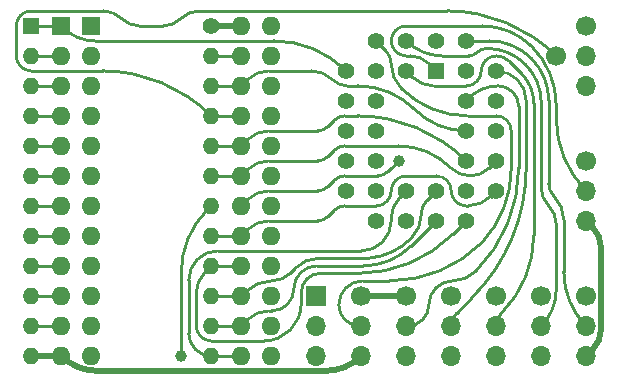
<source format=gbl>
G04 #@! TF.GenerationSoftware,KiCad,Pcbnew,8.0.4*
G04 #@! TF.CreationDate,2024-11-26T19:46:24-06:00*
G04 #@! TF.ProjectId,Flash-2716,466c6173-682d-4323-9731-362e6b696361,rev?*
G04 #@! TF.SameCoordinates,Original*
G04 #@! TF.FileFunction,Copper,L2,Bot*
G04 #@! TF.FilePolarity,Positive*
%FSLAX46Y46*%
G04 Gerber Fmt 4.6, Leading zero omitted, Abs format (unit mm)*
G04 Created by KiCad (PCBNEW 8.0.4) date 2024-11-26 19:46:24*
%MOMM*%
%LPD*%
G01*
G04 APERTURE LIST*
G04 #@! TA.AperFunction,ComponentPad*
%ADD10C,1.700000*%
G04 #@! TD*
G04 #@! TA.AperFunction,ComponentPad*
%ADD11O,1.700000X1.700000*%
G04 #@! TD*
G04 #@! TA.AperFunction,ComponentPad*
%ADD12R,1.600000X1.600000*%
G04 #@! TD*
G04 #@! TA.AperFunction,ComponentPad*
%ADD13O,1.600000X1.600000*%
G04 #@! TD*
G04 #@! TA.AperFunction,ComponentPad*
%ADD14R,1.700000X1.700000*%
G04 #@! TD*
G04 #@! TA.AperFunction,ComponentPad*
%ADD15R,1.422400X1.422400*%
G04 #@! TD*
G04 #@! TA.AperFunction,ComponentPad*
%ADD16C,1.422400*%
G04 #@! TD*
G04 #@! TA.AperFunction,ComponentPad*
%ADD17O,1.422400X1.422400*%
G04 #@! TD*
G04 #@! TA.AperFunction,ViaPad*
%ADD18C,1.000000*%
G04 #@! TD*
G04 #@! TA.AperFunction,Conductor*
%ADD19C,0.254000*%
G04 #@! TD*
G04 #@! TA.AperFunction,Conductor*
%ADD20C,0.508000*%
G04 #@! TD*
G04 APERTURE END LIST*
D10*
X148590000Y-76215000D03*
D11*
X148590000Y-78755000D03*
X148590000Y-81295000D03*
D10*
X148590000Y-99075000D03*
D11*
X148590000Y-101615000D03*
X148590000Y-104155000D03*
D12*
X106680000Y-76200000D03*
D13*
X106680000Y-78740000D03*
X106680000Y-81280000D03*
X106680000Y-83820000D03*
X106680000Y-86360000D03*
X106680000Y-88900000D03*
X106680000Y-91440000D03*
X106680000Y-93980000D03*
X106680000Y-96520000D03*
X106680000Y-99060000D03*
X106680000Y-101600000D03*
X106680000Y-104140000D03*
X121920000Y-104140000D03*
X121920000Y-101600000D03*
X121920000Y-99060000D03*
X121920000Y-96520000D03*
X121920000Y-93980000D03*
X121920000Y-91440000D03*
X121920000Y-88900000D03*
X121920000Y-86360000D03*
X121920000Y-83820000D03*
X121920000Y-81280000D03*
X121920000Y-78740000D03*
X121920000Y-76200000D03*
D10*
X146050000Y-78755000D03*
D12*
X104140000Y-76200000D03*
D13*
X104140000Y-78740000D03*
X104140000Y-81280000D03*
X104140000Y-83820000D03*
X104140000Y-86360000D03*
X104140000Y-88900000D03*
X104140000Y-91440000D03*
X104140000Y-93980000D03*
X104140000Y-96520000D03*
X104140000Y-99060000D03*
X104140000Y-101600000D03*
X104140000Y-104140000D03*
X119380000Y-104140000D03*
X119380000Y-101600000D03*
X119380000Y-99060000D03*
X119380000Y-96520000D03*
X119380000Y-93980000D03*
X119380000Y-91440000D03*
X119380000Y-88900000D03*
X119380000Y-86360000D03*
X119380000Y-83820000D03*
X119380000Y-81280000D03*
X119380000Y-78740000D03*
X119380000Y-76200000D03*
D10*
X137160000Y-99075000D03*
D11*
X137160000Y-101615000D03*
X137160000Y-104155000D03*
D14*
X125730000Y-99060000D03*
D11*
X125730000Y-101600000D03*
X125730000Y-104140000D03*
D10*
X148590000Y-87630000D03*
D11*
X148590000Y-90170000D03*
X148590000Y-92710000D03*
D10*
X140970000Y-99060000D03*
D11*
X140970000Y-101600000D03*
X140970000Y-104140000D03*
D10*
X144780000Y-99075000D03*
D11*
X144780000Y-101615000D03*
X144780000Y-104155000D03*
D10*
X133350000Y-99075000D03*
D11*
X133350000Y-101615000D03*
X133350000Y-104155000D03*
D15*
X135890000Y-80010000D03*
D16*
X133350000Y-77470000D03*
X133350000Y-80010000D03*
X130810000Y-77470000D03*
X128270000Y-80010000D03*
X130810000Y-80010000D03*
X128270000Y-82550000D03*
X130810000Y-82550000D03*
X128270000Y-85090000D03*
X130810000Y-85090000D03*
X128270000Y-87630000D03*
X130810000Y-87630000D03*
X128270000Y-90170000D03*
X130810000Y-92710000D03*
X130810000Y-90170000D03*
X133350000Y-92710000D03*
X133350000Y-90170000D03*
X135890000Y-92710000D03*
X135890000Y-90170000D03*
X138430000Y-92710000D03*
X140970000Y-90170000D03*
X138430000Y-90170000D03*
X140970000Y-87630000D03*
X138430000Y-87630000D03*
X140970000Y-85090000D03*
X138430000Y-85090000D03*
X140970000Y-82550000D03*
X138430000Y-82550000D03*
X140970000Y-80010000D03*
X138430000Y-77470000D03*
X138430000Y-80010000D03*
X135890000Y-77470000D03*
D10*
X129540000Y-99075000D03*
D11*
X129540000Y-101615000D03*
X129540000Y-104155000D03*
D15*
X101600000Y-76200000D03*
D17*
X101600000Y-78740000D03*
X101600000Y-81280000D03*
X101600000Y-83820000D03*
X101600000Y-86360000D03*
X101600000Y-88900000D03*
X101600000Y-91440000D03*
X101600000Y-93980000D03*
X101600000Y-96520000D03*
X101600000Y-99060000D03*
X101600000Y-101600000D03*
X101600000Y-104140000D03*
D16*
X116840000Y-76200000D03*
D17*
X116840000Y-78740000D03*
X116840000Y-81280000D03*
X116840000Y-83820000D03*
X116840000Y-86360000D03*
X116840000Y-88900000D03*
X116840000Y-91440000D03*
X116840000Y-93980000D03*
X116840000Y-96520000D03*
X116840000Y-99060000D03*
X116840000Y-101600000D03*
X116840000Y-104140000D03*
D18*
X132715000Y-87630000D03*
X114300000Y-104140000D03*
D19*
X121982518Y-97790000D02*
G75*
G03*
X123501856Y-97160664I-18J2148700D01*
G01*
X125973420Y-95871053D02*
G75*
G03*
X123955654Y-96706822I-20J-2853547D01*
G01*
X123501846Y-97160654D02*
X123955666Y-96706834D01*
X125973420Y-95871053D02*
X130148096Y-95871053D01*
X134619997Y-92152238D02*
G75*
G02*
X135123611Y-90936385I1719403J38D01*
G01*
X135123613Y-90936387D02*
X135890000Y-90170000D01*
X133776568Y-94188432D02*
G75*
G03*
X134619992Y-92152238I-2036268J2036232D01*
G01*
X119380000Y-99060000D02*
X119707768Y-98732232D01*
X130148096Y-95871053D02*
G75*
G03*
X133776549Y-94188413I-475896J5779753D01*
G01*
X119707768Y-98732232D02*
G75*
G02*
X121982518Y-97790018I2274732J-2274768D01*
G01*
X139231773Y-96988227D02*
G75*
G02*
X137296172Y-97789981I-1935573J1935527D01*
G01*
X135255000Y-99831170D02*
G75*
G02*
X133486154Y-101600000I-1768800J-30D01*
G01*
X135255000Y-99831170D02*
G75*
G02*
X137296172Y-97790000I2041200J-30D01*
G01*
X133365000Y-101600000D02*
X133350000Y-101615000D01*
X133486154Y-101600000D02*
X133365000Y-101600000D01*
X142875000Y-83022999D02*
X142875000Y-88192735D01*
X138430000Y-82550000D02*
X138687456Y-82292544D01*
X141131955Y-81280000D02*
G75*
G02*
X142875000Y-83022999I45J-1743000D01*
G01*
X142875000Y-88192735D02*
G75*
G02*
X139231772Y-96988226I-12438650J-5D01*
G01*
X138687456Y-82292544D02*
G75*
G02*
X141131955Y-81279984I2444544J-2444556D01*
G01*
X131926953Y-97790000D02*
G75*
G03*
X139770480Y-94541143I47J11092400D01*
G01*
X127635000Y-99823637D02*
G75*
G03*
X129411363Y-101600000I1776400J37D01*
G01*
X129668637Y-97790000D02*
G75*
G03*
X127635000Y-99823637I-37J-2033600D01*
G01*
X129525000Y-101600000D02*
X129540000Y-101615000D01*
X129411363Y-101600000D02*
X129525000Y-101600000D01*
X131926953Y-97790000D02*
X129668637Y-97790000D01*
X142240000Y-85090000D02*
X142240000Y-88285546D01*
X138551691Y-83820000D02*
X140970000Y-83820000D01*
X130810000Y-77470000D02*
X131576868Y-78236868D01*
X142240000Y-88285546D02*
G75*
G02*
X139770474Y-94541136I-9166300J3346D01*
G01*
X140970000Y-83820000D02*
G75*
G02*
X142240000Y-85090000I0J-1270000D01*
G01*
X132923887Y-81488887D02*
G75*
G03*
X138551691Y-83820011I5627813J5627787D01*
G01*
X132080000Y-79451613D02*
G75*
G03*
X132923892Y-81488882I2881100J13D01*
G01*
X131576868Y-78236868D02*
G75*
G02*
X132079975Y-79451613I-1214668J-1214632D01*
G01*
D20*
X129540000Y-99075000D02*
X133350000Y-99075000D01*
X116840000Y-76200000D02*
X119380000Y-76200000D01*
X149860000Y-101832898D02*
X149860000Y-95032102D01*
X107206329Y-105410000D02*
X126510121Y-105410000D01*
X148590000Y-104155000D02*
X149116051Y-103628949D01*
X101600000Y-104140000D02*
X104140000Y-104140000D01*
X149116051Y-93236051D02*
X148590000Y-92710000D01*
X104140000Y-104140000D02*
G75*
G03*
X107206329Y-105409986I3066300J3066700D01*
G01*
X129540000Y-104155000D02*
G75*
G02*
X126510121Y-105410026I-3029900J3029900D01*
G01*
X149116051Y-103628949D02*
G75*
G03*
X149859998Y-101832898I-1796051J1796049D01*
G01*
X149860000Y-95032102D02*
G75*
G03*
X149116052Y-93236050I-2540000J2D01*
G01*
D19*
X143510000Y-88160413D02*
X143510000Y-82549998D01*
X137619619Y-100505381D02*
X138945918Y-99179082D01*
X140970000Y-80010000D02*
X140970000Y-80010000D01*
X143510000Y-82549998D02*
G75*
G03*
X140970000Y-80010000I-2540000J-2D01*
G01*
X143510000Y-88160413D02*
G75*
G02*
X138945901Y-99179065I-15582700J13D01*
G01*
X137160000Y-101615000D02*
G75*
G02*
X137619627Y-100505389I1569200J0D01*
G01*
X133876051Y-80536051D02*
X133350000Y-80010000D01*
X138430000Y-81280000D02*
X135672102Y-81280000D01*
X143111729Y-80246729D02*
X142053932Y-79188932D01*
X144145000Y-93935063D02*
X144145000Y-82741266D01*
X140970000Y-101600000D02*
G75*
G02*
X141419022Y-100515988I1533000J0D01*
G01*
X135672102Y-81280000D02*
G75*
G02*
X133876050Y-80536052I-2J2540000D01*
G01*
X141419017Y-100515983D02*
G75*
G03*
X144144986Y-93935063I-6580617J6580883D01*
G01*
X140970000Y-78740000D02*
G75*
G03*
X139700000Y-80010000I0J-1270000D01*
G01*
X139700000Y-80010000D02*
G75*
G02*
X138430000Y-81280000I-1270000J0D01*
G01*
X142053932Y-79188932D02*
G75*
G03*
X140970000Y-78740005I-1083832J-1083868D01*
G01*
X144145000Y-82741266D02*
G75*
G03*
X143111710Y-80246748I-3527800J-34D01*
G01*
X146050000Y-92999057D02*
X146050000Y-98549005D01*
X136416096Y-78740000D02*
X138645518Y-78740000D01*
X144780000Y-82706454D02*
X144780000Y-89932966D01*
X145396592Y-91421592D02*
G75*
G02*
X146050022Y-92999057I-1577492J-1577508D01*
G01*
X140178537Y-78105000D02*
G75*
G03*
X139361604Y-78443356I-37J-1155300D01*
G01*
X146050000Y-98549005D02*
G75*
G02*
X144779994Y-101614994I-4335900J5D01*
G01*
X140178537Y-78105000D02*
G75*
G02*
X144780000Y-82706454I-37J-4601500D01*
G01*
X136416096Y-78740000D02*
G75*
G02*
X133349994Y-77470006I4J4336200D01*
G01*
X139361624Y-78443376D02*
G75*
G02*
X138645518Y-78740018I-716124J716076D01*
G01*
X145396592Y-91421592D02*
G75*
G02*
X144780031Y-89932966I1488708J1488592D01*
G01*
X138430000Y-77470000D02*
X140374888Y-77470000D01*
X145415000Y-82510112D02*
X145415000Y-89560572D01*
X146685000Y-92626510D02*
X146685000Y-97015897D01*
X145415000Y-82510112D02*
G75*
G03*
X140374888Y-77470000I-5040100J12D01*
G01*
X148590000Y-101615000D02*
G75*
G02*
X146684990Y-97015897I4599100J4599100D01*
G01*
X145846010Y-90601010D02*
G75*
G02*
X146684990Y-92626510I-2025510J-2025490D01*
G01*
X145846010Y-90601010D02*
G75*
G02*
X145415023Y-89560572I1040290J1040410D01*
G01*
X146050000Y-84037916D02*
X146050000Y-82921616D01*
X133350000Y-78740000D02*
X133672737Y-78740000D01*
X139763455Y-76200000D02*
X133350000Y-76200000D01*
X135289816Y-79409816D02*
X135890000Y-80010000D01*
X143991176Y-77951176D02*
G75*
G03*
X139763455Y-76200029I-4227676J-4227724D01*
G01*
X135289816Y-79409816D02*
G75*
G03*
X133672737Y-78739975I-1617116J-1617084D01*
G01*
X146050000Y-84037916D02*
G75*
G03*
X148589999Y-90170001I8672100J16D01*
G01*
X132080000Y-77470000D02*
G75*
G03*
X133350000Y-78740000I1270000J0D01*
G01*
X133350000Y-76200000D02*
G75*
G03*
X132080000Y-77470000I0J-1270000D01*
G01*
X146050000Y-82921616D02*
G75*
G03*
X143991192Y-77951160I-7029300J16D01*
G01*
X132080000Y-92710000D02*
X132080000Y-92492102D01*
X117405467Y-95250000D02*
X129540000Y-95250000D01*
X116840000Y-104140000D02*
X119380000Y-104140000D01*
X114935000Y-102235005D02*
X114935000Y-97720467D01*
X132823949Y-90696051D02*
X133350000Y-90170000D01*
X132823949Y-90696051D02*
G75*
G03*
X132080002Y-92492102I1796051J-1796049D01*
G01*
X114935000Y-97720467D02*
G75*
G02*
X117405467Y-95250000I2470500J-33D01*
G01*
X129540000Y-95250000D02*
G75*
G03*
X132080000Y-92710000I0J2540000D01*
G01*
X116840000Y-104140000D02*
G75*
G02*
X114935000Y-102235005I0J1905000D01*
G01*
X126736975Y-87258025D02*
X127263026Y-86731974D01*
X119380000Y-88900000D02*
X119906051Y-88373949D01*
X140340420Y-88259580D02*
X140970000Y-87630000D01*
X121702102Y-87630000D02*
X125838949Y-87630000D01*
X128161051Y-86360000D02*
X132662317Y-86360000D01*
X119380000Y-88900000D02*
X116840000Y-88900000D01*
X127263026Y-86731974D02*
G75*
G02*
X128161051Y-86359966I898074J-898026D01*
G01*
X140340420Y-88259580D02*
G75*
G02*
X138794305Y-88900016I-1546120J1546080D01*
G01*
X137088384Y-88193384D02*
G75*
G03*
X132662317Y-86359991I-4426084J-4425916D01*
G01*
X119906051Y-88373949D02*
G75*
G02*
X121702102Y-87630002I1796049J-1796051D01*
G01*
X137088384Y-88193384D02*
G75*
G03*
X138794305Y-88900007I1705916J1705884D01*
G01*
X125838949Y-87630000D02*
G75*
G03*
X126736951Y-87258001I-49J1270000D01*
G01*
X106995769Y-77470000D02*
X122137923Y-77470000D01*
X101600000Y-76200000D02*
X104140000Y-76200000D01*
X104140000Y-76200000D02*
X104288693Y-76348693D01*
X122137923Y-77470000D02*
G75*
G02*
X128269980Y-80010020I-23J-8672000D01*
G01*
X106995769Y-77470000D02*
G75*
G02*
X104288705Y-76348681I31J3828400D01*
G01*
X101600000Y-86360000D02*
X104140000Y-86360000D01*
X128364674Y-81280000D02*
X129231872Y-81280000D01*
X119380000Y-81280000D02*
X119906051Y-80753949D01*
X121702102Y-80010000D02*
X125298606Y-80010000D01*
X116840000Y-81280000D02*
X119380000Y-81280000D01*
X129231872Y-81280000D02*
G75*
G02*
X134093937Y-83293905I28J-6876000D01*
G01*
X119906051Y-80753949D02*
G75*
G02*
X121702102Y-80010002I1796049J-1796051D01*
G01*
X125298606Y-80010000D02*
G75*
G02*
X127119005Y-80764013I-6J-2574500D01*
G01*
X138430000Y-85090000D02*
G75*
G02*
X134093901Y-83293941I0J6132200D01*
G01*
X127119009Y-80764009D02*
G75*
G03*
X128364674Y-81280015I1245691J1245609D01*
G01*
X101600000Y-96520000D02*
X104140000Y-96520000D01*
X138581619Y-91440000D02*
X138430000Y-91440000D01*
X135890000Y-88900000D02*
X133350000Y-88900000D01*
X116840000Y-93980000D02*
X119380000Y-93980000D01*
X130810000Y-91440000D02*
X128161051Y-91440000D01*
X119906051Y-93453949D02*
X119380000Y-93980000D01*
X140970000Y-90170000D02*
X140490816Y-90649184D01*
X127263025Y-91811975D02*
X126736974Y-92338026D01*
X125838949Y-92710000D02*
X121702102Y-92710000D01*
X126736974Y-92338026D02*
G75*
G02*
X125838949Y-92710034I-898074J898026D01*
G01*
X138581619Y-91440000D02*
G75*
G03*
X140490804Y-90649172I-19J2700000D01*
G01*
X132080000Y-90170000D02*
G75*
G02*
X130810000Y-91440000I-1270000J0D01*
G01*
X119906051Y-93453949D02*
G75*
G02*
X121702102Y-92710002I1796049J-1796051D01*
G01*
X137160000Y-90170000D02*
G75*
G03*
X135890000Y-88900000I-1270000J0D01*
G01*
X127263025Y-91811975D02*
G75*
G02*
X128161051Y-91439966I898075J-898025D01*
G01*
X132080000Y-90170000D02*
G75*
G02*
X133350000Y-88900000I1270000J0D01*
G01*
X138430000Y-91440000D02*
G75*
G02*
X137160000Y-90170000I0J1270000D01*
G01*
X119380000Y-101600000D02*
X119906051Y-101073949D01*
X116840000Y-101600000D02*
X119380000Y-101600000D01*
X121976321Y-100330000D02*
X121702102Y-100330000D01*
X129692685Y-96520000D02*
X125786307Y-96520000D01*
X133768086Y-94831914D02*
X135890000Y-92710000D01*
X123825000Y-98481321D02*
G75*
G02*
X121976321Y-100330000I-1848700J21D01*
G01*
X129692685Y-96520000D02*
G75*
G03*
X133768096Y-94831924I15J5763500D01*
G01*
X119906051Y-101073949D02*
G75*
G02*
X121702102Y-100330002I1796049J-1796051D01*
G01*
X125786307Y-96520000D02*
G75*
G03*
X123825000Y-98481321I-7J-1961300D01*
G01*
X101600000Y-91440000D02*
X104140000Y-91440000D01*
X101600000Y-81280000D02*
X104140000Y-81280000D01*
X116840000Y-99060000D02*
X119380000Y-99060000D01*
X101600000Y-78740000D02*
X104140000Y-78740000D01*
X116840000Y-86360000D02*
X119380000Y-86360000D01*
X119380000Y-86360000D02*
X119906051Y-85833949D01*
X128161051Y-83820000D02*
X129231880Y-83820000D01*
X126736975Y-84718025D02*
X127263026Y-84191974D01*
X121702102Y-85090000D02*
X125838949Y-85090000D01*
X129231880Y-83820000D02*
G75*
G02*
X138430016Y-87629984I20J-13008100D01*
G01*
X125838949Y-85090000D02*
G75*
G03*
X126736951Y-84718001I-49J1270000D01*
G01*
X119906051Y-85833949D02*
G75*
G02*
X121702102Y-85090002I1796049J-1796051D01*
G01*
X127263026Y-84191974D02*
G75*
G02*
X128161051Y-83819966I898074J-898026D01*
G01*
X101600000Y-99060000D02*
X104140000Y-99060000D01*
X101600000Y-93980000D02*
X104140000Y-93980000D01*
X116840000Y-102870000D02*
X121303231Y-102870000D01*
X126073273Y-97155000D02*
X129287165Y-97155000D01*
X115570000Y-98842102D02*
X115570000Y-101600000D01*
X116840000Y-96520000D02*
X116313949Y-97046051D01*
X116840000Y-96520000D02*
X119380000Y-96520000D01*
X124460000Y-99713231D02*
X124460000Y-98768273D01*
X137306872Y-93833128D02*
X138430000Y-92710000D01*
X121303231Y-102870000D02*
G75*
G03*
X124460000Y-99713231I-31J3156800D01*
G01*
X115570000Y-101600000D02*
G75*
G03*
X116840000Y-102870000I1270000J0D01*
G01*
X116313949Y-97046051D02*
G75*
G03*
X115570002Y-98842102I1796051J-1796049D01*
G01*
X137306872Y-93833128D02*
G75*
G02*
X129287165Y-97154969I-8019672J8019728D01*
G01*
X124460000Y-98768273D02*
G75*
G02*
X126073273Y-97155000I1613300J-27D01*
G01*
X101600000Y-88900000D02*
X104140000Y-88900000D01*
X119380000Y-78740000D02*
X116840000Y-78740000D01*
X101600000Y-83820000D02*
X104140000Y-83820000D01*
X101600000Y-101600000D02*
X104140000Y-101600000D01*
X119380000Y-83820000D02*
X116840000Y-83820000D01*
X114297357Y-75567643D02*
X114302644Y-75562356D01*
X100330000Y-78740000D02*
X100330000Y-76200000D01*
X115829287Y-74930000D02*
X136815658Y-74930000D01*
X101600000Y-74930000D02*
X107690713Y-74930000D01*
X107641924Y-80010000D02*
X101600000Y-80010000D01*
X110749290Y-76200000D02*
X112770773Y-76200000D01*
X109217357Y-75562357D02*
X109222644Y-75567644D01*
X115829287Y-74930000D02*
G75*
G03*
X114302650Y-75562362I13J-2159000D01*
G01*
X101600000Y-80010000D02*
G75*
G02*
X100330000Y-78740000I0J1270000D01*
G01*
X109222644Y-75567644D02*
G75*
G03*
X110749290Y-76200009I1526656J1526644D01*
G01*
X116840000Y-83820000D02*
G75*
G03*
X107641924Y-80009993I-9198100J-9198000D01*
G01*
X114297357Y-75567643D02*
G75*
G02*
X112770773Y-76199968I-1526557J1526543D01*
G01*
X136815658Y-74930000D02*
G75*
G02*
X146050020Y-78754980I42J-13059300D01*
G01*
X109217357Y-75562357D02*
G75*
G03*
X107690713Y-74929991I-1526657J-1526643D01*
G01*
X100330000Y-76200000D02*
G75*
G02*
X101600000Y-74930000I1270000J0D01*
G01*
X121702102Y-90170000D02*
X123190000Y-90170000D01*
X132080000Y-88265000D02*
X132715000Y-87630000D01*
X126736975Y-89798025D02*
X127263026Y-89271974D01*
X123190000Y-90170000D02*
X125838949Y-90170000D01*
X128161051Y-88900000D02*
X130918949Y-88900000D01*
X131816975Y-88528025D02*
X132080000Y-88265000D01*
X119380000Y-91440000D02*
X119906051Y-90913949D01*
X127263026Y-89271974D02*
G75*
G02*
X128161051Y-88899966I898074J-898026D01*
G01*
X131816975Y-88528025D02*
G75*
G02*
X130918949Y-88900034I-898075J898025D01*
G01*
X125838949Y-90170000D02*
G75*
G03*
X126736951Y-89798001I-49J1270000D01*
G01*
X119906051Y-90913949D02*
G75*
G02*
X121702102Y-90170002I1796049J-1796051D01*
G01*
X114300000Y-97790000D02*
X114300000Y-104140000D01*
X116840000Y-91440000D02*
X116502030Y-91777970D01*
X114300000Y-97094140D02*
X114300000Y-97790000D01*
X116502030Y-91777970D02*
G75*
G03*
X114300029Y-97094140I5316170J-5316130D01*
G01*
M02*

</source>
